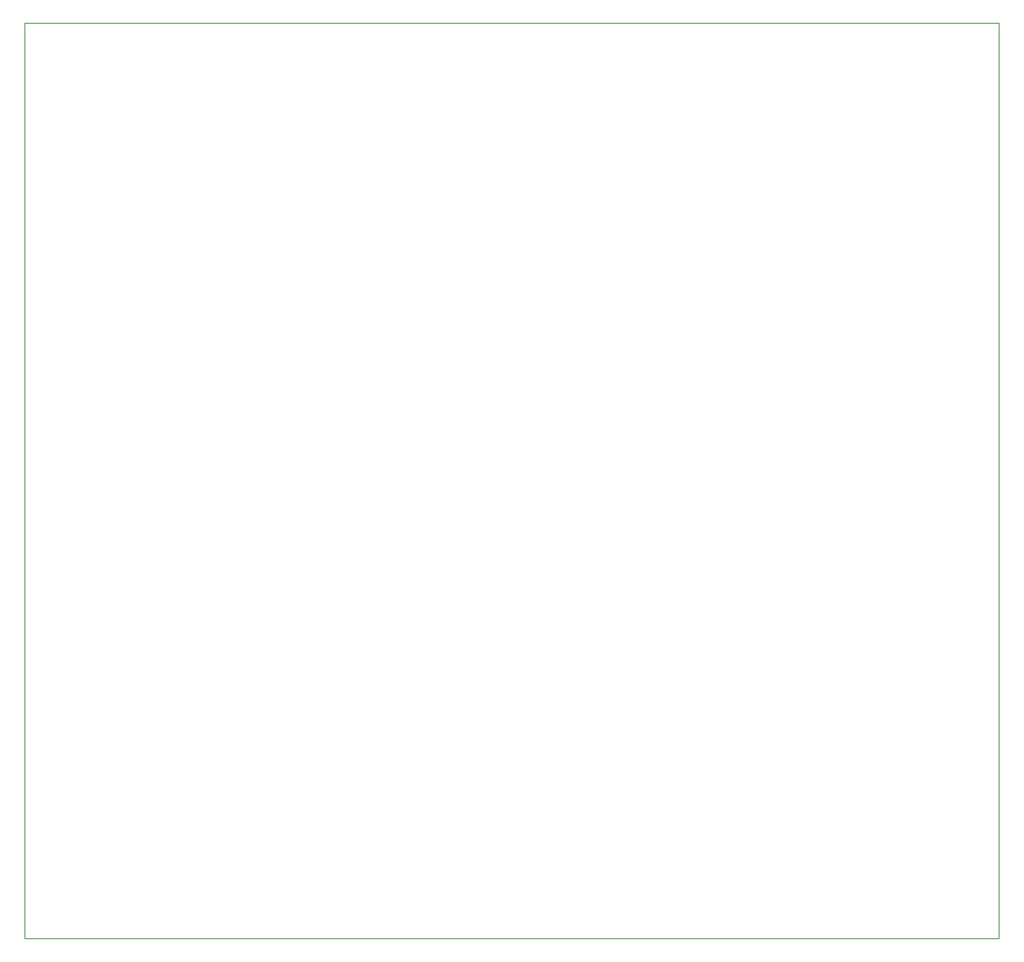
<source format=gbr>
%TF.GenerationSoftware,KiCad,Pcbnew,(5.99.0-8090-ga1d7a959f7)*%
%TF.CreationDate,2021-11-03T17:46:47+00:00*%
%TF.ProjectId,Front_Panel,46726f6e-745f-4506-916e-656c2e6b6963,rev?*%
%TF.SameCoordinates,Original*%
%TF.FileFunction,Profile,NP*%
%FSLAX46Y46*%
G04 Gerber Fmt 4.6, Leading zero omitted, Abs format (unit mm)*
G04 Created by KiCad (PCBNEW (5.99.0-8090-ga1d7a959f7)) date 2021-11-03 17:46:47*
%MOMM*%
%LPD*%
G01*
G04 APERTURE LIST*
%TA.AperFunction,Profile*%
%ADD10C,0.100000*%
%TD*%
G04 APERTURE END LIST*
D10*
X167500000Y-54500000D02*
X66500000Y-54500000D01*
X66500000Y-54500000D02*
X66500000Y-149500000D01*
X66500000Y-149500000D02*
X167500000Y-149500000D01*
X167500000Y-149500000D02*
X167500000Y-54500000D01*
M02*

</source>
